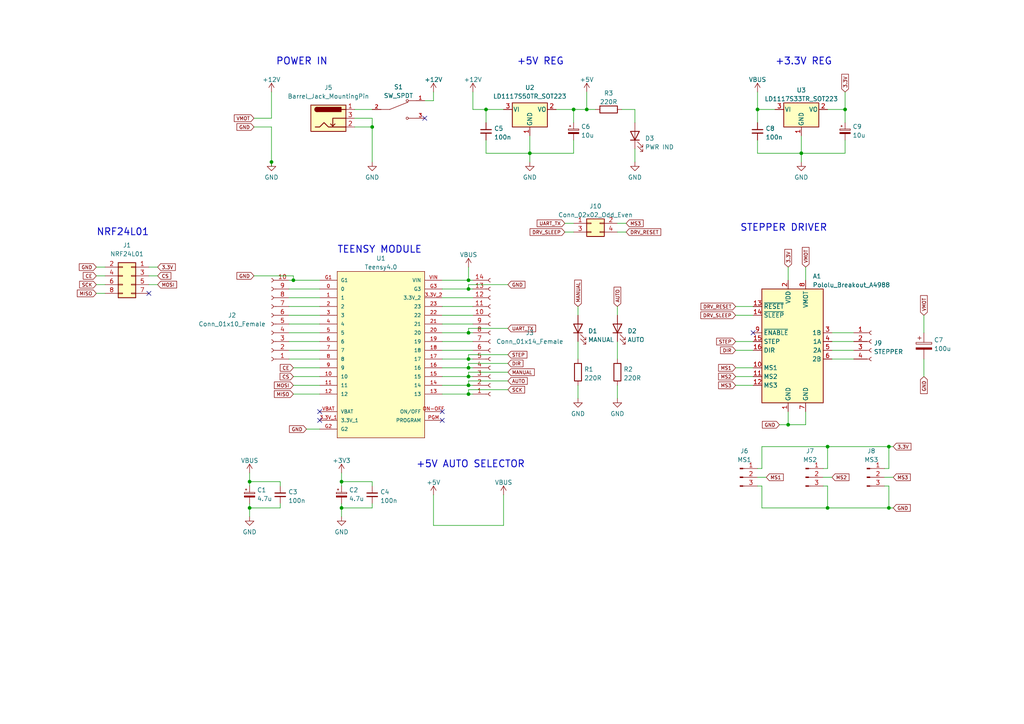
<source format=kicad_sch>
(kicad_sch (version 20211123) (generator eeschema)
  (paper "A4")
  (lib_symbols
    (symbol "Connector:Barrel_Jack_Switch" (pin_names hide)
      (property "Reference" "J" (at 0 5.334 0))
      (property "Value" "Barrel_Jack_Switch" (at 0 -5.08 0))
      (symbol "Barrel_Jack_Switch_0_1"
        (rectangle (start -5.08 3.81) (end 5.08 -3.81) (stroke (width 0.254)) (fill (type background)))
        (arc (start -3.302 3.175) (mid -3.937 2.54) (end -3.302 1.905) (stroke (width 0.254)))
        (arc (start -3.302 3.175) (mid -3.937 2.54) (end -3.302 1.905) (stroke (width 0.254)) (fill (type outline)))
        (polyline (pts (xy 1.27 -2.286) (xy 1.905 -1.651)) (stroke (width 0.254)))
        (polyline (pts (xy 5.08 2.54) (xy 3.81 2.54)) (stroke (width 0.254)))
        (polyline (pts (xy 5.08 0) (xy 1.27 0) (xy 1.27 -2.286) (xy 0.635 -1.651)) (stroke (width 0.254)))
        (polyline (pts (xy -3.81 -2.54) (xy -2.54 -2.54) (xy -1.27 -1.27) (xy 0 -2.54) (xy 2.54 -2.54) (xy 5.08 -2.54)) (stroke (width 0.254)))
        (rectangle (start 3.683 3.175) (end -3.302 1.905) (stroke (width 0.254)) (fill (type outline)))
      )
      (symbol "Barrel_Jack_Switch_1_1"
        (pin passive line (at 7.62 2.54 180) (length 2.54) (name "~") (number "1"))
        (pin passive line (at 7.62 -2.54 180) (length 2.54) (name "~") (number "2"))
        (pin passive line (at 7.62 0 180) (length 2.54) (name "~") (number "3"))
      )
    )
    (symbol "Connector:Conn_01x03_Male" (pin_names (offset 1.016) hide)
      (property "Reference" "J" (at 0 5.08 0))
      (property "Value" "Conn_01x03_Male" (at 0 -5.08 0))
      (symbol "Conn_01x03_Male_1_1"
        (polyline (pts (xy 1.27 -2.54) (xy 0.8636 -2.54)) (stroke (width 0.1524)))
        (polyline (pts (xy 1.27 0) (xy 0.8636 0)) (stroke (width 0.1524)))
        (polyline (pts (xy 1.27 2.54) (xy 0.8636 2.54)) (stroke (width 0.1524)))
        (rectangle (start 0.8636 -2.413) (end 0 -2.667) (stroke (width 0.1524)) (fill (type outline)))
        (rectangle (start 0.8636 0.127) (end 0 -0.127) (stroke (width 0.1524)) (fill (type outline)))
        (rectangle (start 0.8636 2.667) (end 0 2.413) (stroke (width 0.1524)) (fill (type outline)))
        (pin passive line (at 5.08 2.54 180) (length 3.81) (name "Pin_1") (number "1"))
        (pin passive line (at 5.08 0 180) (length 3.81) (name "Pin_2") (number "2"))
        (pin passive line (at 5.08 -2.54 180) (length 3.81) (name "Pin_3") (number "3"))
      )
    )
    (symbol "Connector:Conn_01x04_Female" (pin_names (offset 1.016) hide)
      (property "Reference" "J" (at 0 5.08 0))
      (property "Value" "Conn_01x04_Female" (at 0 -7.62 0))
      (symbol "Conn_01x04_Female_1_1"
        (arc (start 0 -4.572) (mid -0.508 -5.08) (end 0 -5.588) (stroke (width 0.1524)))
        (arc (start 0 -2.032) (mid -0.508 -2.54) (end 0 -3.048) (stroke (width 0.1524)))
        (polyline (pts (xy -1.27 -5.08) (xy -0.508 -5.08)) (stroke (width 0.1524)))
        (polyline (pts (xy -1.27 -2.54) (xy -0.508 -2.54)) (stroke (width 0.1524)))
        (polyline (pts (xy -1.27 0) (xy -0.508 0)) (stroke (width 0.1524)))
        (polyline (pts (xy -1.27 2.54) (xy -0.508 2.54)) (stroke (width 0.1524)))
        (arc (start 0 0.508) (mid -0.508 0) (end 0 -0.508) (stroke (width 0.1524)))
        (arc (start 0 3.048) (mid -0.508 2.54) (end 0 2.032) (stroke (width 0.1524)))
        (pin passive line (at -5.08 2.54 0) (length 3.81) (name "Pin_1") (number "1"))
        (pin passive line (at -5.08 0 0) (length 3.81) (name "Pin_2") (number "2"))
        (pin passive line (at -5.08 -2.54 0) (length 3.81) (name "Pin_3") (number "3"))
        (pin passive line (at -5.08 -5.08 0) (length 3.81) (name "Pin_4") (number "4"))
      )
    )
    (symbol "Connector:Conn_01x10_Female" (pin_names (offset 1.016) hide)
      (property "Reference" "J" (at 0 12.7 0))
      (property "Value" "Conn_01x10_Female" (at 0 -15.24 0))
      (symbol "Conn_01x10_Female_1_1"
        (arc (start 0 -12.192) (mid -0.508 -12.7) (end 0 -13.208) (stroke (width 0.1524)))
        (arc (start 0 -9.652) (mid -0.508 -10.16) (end 0 -10.668) (stroke (width 0.1524)))
        (arc (start 0 -7.112) (mid -0.508 -7.62) (end 0 -8.128) (stroke (width 0.1524)))
        (arc (start 0 -4.572) (mid -0.508 -5.08) (end 0 -5.588) (stroke (width 0.1524)))
        (arc (start 0 -2.032) (mid -0.508 -2.54) (end 0 -3.048) (stroke (width 0.1524)))
        (polyline (pts (xy -1.27 -12.7) (xy -0.508 -12.7)) (stroke (width 0.1524)))
        (polyline (pts (xy -1.27 -10.16) (xy -0.508 -10.16)) (stroke (width 0.1524)))
        (polyline (pts (xy -1.27 -7.62) (xy -0.508 -7.62)) (stroke (width 0.1524)))
        (polyline (pts (xy -1.27 -5.08) (xy -0.508 -5.08)) (stroke (width 0.1524)))
        (polyline (pts (xy -1.27 -2.54) (xy -0.508 -2.54)) (stroke (width 0.1524)))
        (polyline (pts (xy -1.27 0) (xy -0.508 0)) (stroke (width 0.1524)))
        (polyline (pts (xy -1.27 2.54) (xy -0.508 2.54)) (stroke (width 0.1524)))
        (polyline (pts (xy -1.27 5.08) (xy -0.508 5.08)) (stroke (width 0.1524)))
        (polyline (pts (xy -1.27 7.62) (xy -0.508 7.62)) (stroke (width 0.1524)))
        (polyline (pts (xy -1.27 10.16) (xy -0.508 10.16)) (stroke (width 0.1524)))
        (arc (start 0 0.508) (mid -0.508 0) (end 0 -0.508) (stroke (width 0.1524)))
        (arc (start 0 3.048) (mid -0.508 2.54) (end 0 2.032) (stroke (width 0.1524)))
        (arc (start 0 5.588) (mid -0.508 5.08) (end 0 4.572) (stroke (width 0.1524)))
        (arc (start 0 8.128) (mid -0.508 7.62) (end 0 7.112) (stroke (width 0.1524)))
        (arc (start 0 10.668) (mid -0.508 10.16) (end 0 9.652) (stroke (width 0.1524)))
        (pin passive line (at -5.08 10.16 0) (length 3.81) (name "Pin_1") (number "1"))
        (pin passive line (at -5.08 -12.7 0) (length 3.81) (name "Pin_10") (number "10"))
        (pin passive line (at -5.08 7.62 0) (length 3.81) (name "Pin_2") (number "2"))
        (pin passive line (at -5.08 5.08 0) (length 3.81) (name "Pin_3") (number "3"))
        (pin passive line (at -5.08 2.54 0) (length 3.81) (name "Pin_4") (number "4"))
        (pin passive line (at -5.08 0 0) (length 3.81) (name "Pin_5") (number "5"))
        (pin passive line (at -5.08 -2.54 0) (length 3.81) (name "Pin_6") (number "6"))
        (pin passive line (at -5.08 -5.08 0) (length 3.81) (name "Pin_7") (number "7"))
        (pin passive line (at -5.08 -7.62 0) (length 3.81) (name "Pin_8") (number "8"))
        (pin passive line (at -5.08 -10.16 0) (length 3.81) (name "Pin_9") (number "9"))
      )
    )
    (symbol "Connector:Conn_01x14_Female" (pin_names (offset 1.016) hide)
      (property "Reference" "J" (at 0 17.78 0))
      (property "Value" "Conn_01x14_Female" (at 0 -20.32 0))
      (symbol "Conn_01x14_Female_1_1"
        (arc (start 0 -17.272) (mid -0.508 -17.78) (end 0 -18.288) (stroke (width 0.1524)))
        (arc (start 0 -14.732) (mid -0.508 -15.24) (end 0 -15.748) (stroke (width 0.1524)))
        (arc (start 0 -12.192) (mid -0.508 -12.7) (end 0 -13.208) (stroke (width 0.1524)))
        (arc (start 0 -9.652) (mid -0.508 -10.16) (end 0 -10.668) (stroke (width 0.1524)))
        (arc (start 0 -7.112) (mid -0.508 -7.62) (end 0 -8.128) (stroke (width 0.1524)))
        (arc (start 0 -4.572) (mid -0.508 -5.08) (end 0 -5.588) (stroke (width 0.1524)))
        (arc (start 0 -2.032) (mid -0.508 -2.54) (end 0 -3.048) (stroke (width 0.1524)))
        (polyline (pts (xy -1.27 -17.78) (xy -0.508 -17.78)) (stroke (width 0.1524)))
        (polyline (pts (xy -1.27 -15.24) (xy -0.508 -15.24)) (stroke (width 0.1524)))
        (polyline (pts (xy -1.27 -12.7) (xy -0.508 -12.7)) (stroke (width 0.1524)))
        (polyline (pts (xy -1.27 -10.16) (xy -0.508 -10.16)) (stroke (width 0.1524)))
        (polyline (pts (xy -1.27 -7.62) (xy -0.508 -7.62)) (stroke (width 0.1524)))
        (polyline (pts (xy -1.27 -5.08) (xy -0.508 -5.08)) (stroke (width 0.1524)))
        (polyline (pts (xy -1.27 -2.54) (xy -0.508 -2.54)) (stroke (width 0.1524)))
        (polyline (pts (xy -1.27 0) (xy -0.508 0)) (stroke (width 0.1524)))
        (polyline (pts (xy -1.27 2.54) (xy -0.508 2.54)) (stroke (width 0.1524)))
        (polyline (pts (xy -1.27 5.08) (xy -0.508 5.08)) (stroke (width 0.1524)))
        (polyline (pts (xy -1.27 7.62) (xy -0.508 7.62)) (stroke (width 0.1524)))
        (polyline (pts (xy -1.27 10.16) (xy -0.508 10.16)) (stroke (width 0.1524)))
        (polyline (pts (xy -1.27 12.7) (xy -0.508 12.7)) (stroke (width 0.1524)))
        (polyline (pts (xy -1.27 15.24) (xy -0.508 15.24)) (stroke (width 0.1524)))
        (arc (start 0 0.508) (mid -0.508 0) (end 0 -0.508) (stroke (width 0.1524)))
        (arc (start 0 3.048) (mid -0.508 2.54) (end 0 2.032) (stroke (width 0.1524)))
        (arc (start 0 5.588) (mid -0.508 5.08) (end 0 4.572) (stroke (width 0.1524)))
        (arc (start 0 8.128) (mid -0.508 7.62) (end 0 7.112) (stroke (width 0.1524)))
        (arc (start 0 10.668) (mid -0.508 10.16) (end 0 9.652) (stroke (width 0.1524)))
        (arc (start 0 13.208) (mid -0.508 12.7) (end 0 12.192) (stroke (width 0.1524)))
        (arc (start 0 15.748) (mid -0.508 15.24) (end 0 14.732) (stroke (width 0.1524)))
        (pin passive line (at -5.08 15.24 0) (length 3.81) (name "Pin_1") (number "1"))
        (pin passive line (at -5.08 -7.62 0) (length 3.81) (name "Pin_10") (number "10"))
        (pin passive line (at -5.08 -10.16 0) (length 3.81) (name "Pin_11") (number "11"))
        (pin passive line (at -5.08 -12.7 0) (length 3.81) (name "Pin_12") (number "12"))
        (pin passive line (at -5.08 -15.24 0) (length 3.81) (name "Pin_13") (number "13"))
        (pin passive line (at -5.08 -17.78 0) (length 3.81) (name "Pin_14") (number "14"))
        (pin passive line (at -5.08 12.7 0) (length 3.81) (name "Pin_2") (number "2"))
        (pin passive line (at -5.08 10.16 0) (length 3.81) (name "Pin_3") (number "3"))
        (pin passive line (at -5.08 7.62 0) (length 3.81) (name "Pin_4") (number "4"))
        (pin passive line (at -5.08 5.08 0) (length 3.81) (name "Pin_5") (number "5"))
        (pin passive line (at -5.08 2.54 0) (length 3.81) (name "Pin_6") (number "6"))
        (pin passive line (at -5.08 0 0) (length 3.81) (name "Pin_7") (number "7"))
        (pin passive line (at -5.08 -2.54 0) (length 3.81) (name "Pin_8") (number "8"))
        (pin passive line (at -5.08 -5.08 0) (length 3.81) (name "Pin_9") (number "9"))
      )
    )
    (symbol "Connector_Generic:Conn_02x02_Odd_Even" (pin_names (offset 1.016) hide)
      (property "Reference" "J" (at 1.27 2.54 0))
      (property "Value" "Conn_02x02_Odd_Even" (at 1.27 -5.08 0))
      (symbol "Conn_02x02_Odd_Even_1_1"
        (rectangle (start -1.27 -2.413) (end 0 -2.667) (stroke (width 0.1524)))
        (rectangle (start -1.27 0.127) (end 0 -0.127) (stroke (width 0.1524)))
        (rectangle (start -1.27 1.27) (end 3.81 -3.81) (stroke (width 0.254)) (fill (type background)))
        (rectangle (start 3.81 -2.413) (end 2.54 -2.667) (stroke (width 0.1524)))
        (rectangle (start 3.81 0.127) (end 2.54 -0.127) (stroke (width 0.1524)))
        (pin passive line (at -5.08 0 0) (length 3.81) (name "Pin_1") (number "1"))
        (pin passive line (at 7.62 0 180) (length 3.81) (name "Pin_2") (number "2"))
        (pin passive line (at -5.08 -2.54 0) (length 3.81) (name "Pin_3") (number "3"))
        (pin passive line (at 7.62 -2.54 180) (length 3.81) (name "Pin_4") (number "4"))
      )
    )
    (symbol "Connector_Generic:Conn_02x04_Odd_Even" (pin_names (offset 1.016) hide)
      (property "Reference" "J" (at 1.27 5.08 0))
      (property "Value" "Conn_02x04_Odd_Even" (at 1.27 -7.62 0))
      (symbol "Conn_02x04_Odd_Even_1_1"
        (rectangle (start -1.27 -4.953) (end 0 -5.207) (stroke (width 0.1524)))
        (rectangle (start -1.27 -2.413) (end 0 -2.667) (stroke (width 0.1524)))
        (rectangle (start -1.27 0.127) (end 0 -0.127) (stroke (width 0.1524)))
        (rectangle (start -1.27 2.667) (end 0 2.413) (stroke (width 0.1524)))
        (rectangle (start -1.27 3.81) (end 3.81 -6.35) (stroke (width 0.254)) (fill (type background)))
        (rectangle (start 3.81 -4.953) (end 2.54 -5.207) (stroke (width 0.1524)))
        (rectangle (start 3.81 -2.413) (end 2.54 -2.667) (stroke (width 0.1524)))
        (rectangle (start 3.81 0.127) (end 2.54 -0.127) (stroke (width 0.1524)))
        (rectangle (start 3.81 2.667) (end 2.54 2.413) (stroke (width 0.1524)))
        (pin passive line (at -5.08 2.54 0) (length 3.81) (name "Pin_1") (number "1"))
        (pin passive line (at 7.62 2.54 180) (length 3.81) (name "Pin_2") (number "2"))
        (pin passive line (at -5.08 0 0) (length 3.81) (name "Pin_3") (number "3"))
        (pin passive line (at 7.62 0 180) (length 3.81) (name "Pin_4") (number "4"))
        (pin passive line (at -5.08 -2.54 0) (length 3.81) (name "Pin_5") (number "5"))
        (pin passive line (at 7.62 -2.54 180) (length 3.81) (name "Pin_6") (number "6"))
        (pin passive line (at -5.08 -5.08 0) (length 3.81) (name "Pin_7") (number "7"))
        (pin passive line (at 7.62 -5.08 180) (length 3.81) (name "Pin_8") (number "8"))
      )
    )
    (symbol "Device:C_Polarized" (pin_numbers hide) (pin_names (offset 0.254))
      (property "Reference" "C" (at 0.635 2.54 0))
      (property "Value" "C_Polarized" (at 0.635 -2.54 0))
      (symbol "C_Polarized_0_1"
        (rectangle (start -2.286 0.508) (end 2.286 1.016))
        (polyline (pts (xy -1.778 2.286) (xy -0.762 2.286)))
        (polyline (pts (xy -1.27 2.794) (xy -1.27 1.778)))
        (rectangle (start 2.286 -0.508) (end -2.286 -1.016) (fill (type outline)))
      )
      (symbol "C_Polarized_1_1"
        (pin passive line (at 0 3.81 270) (length 2.794) (name "~") (number "1"))
        (pin passive line (at 0 -3.81 90) (length 2.794) (name "~") (number "2"))
      )
    )
    (symbol "Device:C_Polarized_Small" (pin_numbers hide) (pin_names (offset 0.254) hide)
      (property "Reference" "C" (at 0.254 1.778 0))
      (property "Value" "C_Polarized_Small" (at 0.254 -2.032 0))
      (symbol "C_Polarized_Small_0_1"
        (rectangle (start -1.524 -0.3048) (end 1.524 -0.6858) (fill (type outline)))
        (rectangle (start -1.524 0.6858) (end 1.524 0.3048))
        (polyline (pts (xy -1.27 1.524) (xy -0.762 1.524)))
        (polyline (pts (xy -1.016 1.27) (xy -1.016 1.778)))
      )
      (symbol "C_Polarized_Small_1_1"
        (pin passive line (at 0 2.54 270) (length 1.8542) (name "~") (number "1"))
        (pin passive line (at 0 -2.54 90) (length 1.8542) (name "~") (number "2"))
      )
    )
    (symbol "Device:C_Small" (pin_numbers hide) (pin_names (offset 0.254) hide)
      (property "Reference" "C" (at 0.254 1.778 0))
      (property "Value" "C_Small" (at 0.254 -2.032 0))
      (symbol "C_Small_0_1"
        (polyline (pts (xy -1.524 -0.508) (xy 1.524 -0.508)) (stroke (width 0.3302)))
        (polyline (pts (xy -1.524 0.508) (xy 1.524 0.508)) (stroke (width 0.3048)))
      )
      (symbol "C_Small_1_1"
        (pin passive line (at 0 2.54 270) (length 2.032) (name "~") (number "1"))
        (pin passive line (at 0 -2.54 90) (length 2.032) (name "~") (number "2"))
      )
    )
    (symbol "Device:LED" (pin_numbers hide) (pin_names (offset 1.016) hide)
      (property "Reference" "D" (at 0 2.54 0))
      (property "Value" "LED" (at 0 -2.54 0))
      (symbol "LED_0_1"
        (polyline (pts (xy -1.27 -1.27) (xy -1.27 1.27)) (stroke (width 0.254)))
        (polyline (pts (xy -1.27 0) (xy 1.27 0)))
        (polyline (pts (xy 1.27 -1.27) (xy 1.27 1.27) (xy -1.27 0) (xy 1.27 -1.27)) (stroke (width 0.254)))
        (polyline (pts (xy -3.048 -0.762) (xy -4.572 -2.286) (xy -3.81 -2.286) (xy -4.572 -2.286) (xy -4.572 -1.524)))
        (polyline (pts (xy -1.778 -0.762) (xy -3.302 -2.286) (xy -2.54 -2.286) (xy -3.302 -2.286) (xy -3.302 -1.524)))
      )
      (symbol "LED_1_1"
        (pin passive line (at -3.81 0 0) (length 2.54) (name "K") (number "1"))
        (pin passive line (at 3.81 0 180) (length 2.54) (name "A") (number "2"))
      )
    )
    (symbol "Device:R" (pin_numbers hide) (pin_names (offset 0))
      (property "Reference" "R" (at 2.032 0 90))
      (property "Value" "R" (at 0 0 90))
      (symbol "R_0_1"
        (rectangle (start -1.016 -2.54) (end 1.016 2.54) (stroke (width 0.254)))
      )
      (symbol "R_1_1"
        (pin passive line (at 0 3.81 270) (length 1.27) (name "~") (number "1"))
        (pin passive line (at 0 -3.81 90) (length 1.27) (name "~") (number "2"))
      )
    )
    (symbol "Driver_Motor:Pololu_Breakout_A4988"
      (property "Reference" "A" (at -2.54 19.05 0))
      (property "Value" "Pololu_Breakout_A4988" (at -2.54 16.51 0))
      (symbol "Pololu_Breakout_A4988_0_1"
        (rectangle (start 10.16 -17.78) (end -7.62 15.24) (stroke (width 0.254)) (fill (type background)))
      )
      (symbol "Pololu_Breakout_A4988_1_1"
        (pin power_in line (at 0 -20.32 90) (length 2.54) (name "GND") (number "1"))
        (pin input line (at -10.16 -7.62 0) (length 2.54) (name "MS1") (number "10"))
        (pin input line (at -10.16 -10.16 0) (length 2.54) (name "MS2") (number "11"))
        (pin input line (at -10.16 -12.7 0) (length 2.54) (name "MS3") (number "12"))
        (pin input line (at -10.16 10.16 0) (length 2.54) (name "~{RESET}") (number "13"))
        (pin input line (at -10.16 7.62 0) (length 2.54) (name "~{SLEEP}") (number "14"))
        (pin input line (at -10.16 0 0) (length 2.54) (name "STEP") (number "15"))
        (pin input line (at -10.16 -2.54 0) (length 2.54) (name "DIR") (number "16"))
        (pin power_in line (at 0 17.78 270) (length 2.54) (name "VDD") (number "2"))
        (pin output line (at 12.7 2.54 180) (length 2.54) (name "1B") (number "3"))
        (pin output line (at 12.7 0 180) (length 2.54) (name "1A") (number "4"))
        (pin output line (at 12.7 -2.54 180) (length 2.54) (name "2A") (number "5"))
        (pin output line (at 12.7 -5.08 180) (length 2.54) (name "2B") (number "6"))
        (pin power_in line (at 5.08 -20.32 90) (length 2.54) (name "GND") (number "7"))
        (pin power_in line (at 5.08 17.78 270) (length 2.54) (name "VMOT") (number "8"))
        (pin input line (at -10.16 2.54 0) (length 2.54) (name "~{ENABLE}") (number "9"))
      )
    )
    (symbol "Regulator_Linear:LD1117S33TR_SOT223" (pin_names (offset 0.254))
      (property "Reference" "U" (at -3.81 3.175 0))
      (property "Value" "LD1117S33TR_SOT223" (at 0 3.175 0))
      (symbol "LD1117S33TR_SOT223_0_1"
        (rectangle (start -5.08 -5.08) (end 5.08 1.905) (stroke (width 0.254)) (fill (type background)))
      )
      (symbol "LD1117S33TR_SOT223_1_1"
        (pin power_in line (at 0 -7.62 90) (length 2.54) (name "GND") (number "1"))
        (pin power_out line (at 7.62 0 180) (length 2.54) (name "VO") (number "2"))
        (pin power_in line (at -7.62 0 0) (length 2.54) (name "VI") (number "3"))
      )
    )
    (symbol "Regulator_Linear:LD1117S50TR_SOT223" (pin_names (offset 0.254))
      (property "Reference" "U" (at -3.81 3.175 0))
      (property "Value" "LD1117S50TR_SOT223" (at 0 3.175 0))
      (symbol "LD1117S50TR_SOT223_0_1"
        (rectangle (start -5.08 -5.08) (end 5.08 1.905) (stroke (width 0.254)) (fill (type background)))
      )
      (symbol "LD1117S50TR_SOT223_1_1"
        (pin power_in line (at 0 -7.62 90) (length 2.54) (name "GND") (number "1"))
        (pin power_out line (at 7.62 0 180) (length 2.54) (name "VO") (number "2"))
        (pin power_in line (at -7.62 0 0) (length 2.54) (name "VI") (number "3"))
      )
    )
    (symbol "Teensy 4.0:DEV-15583" (pin_names (offset 1.016))
      (property "Reference" "U" (at -12.7 23.622 0))
      (property "Value" "DEV-15583" (at -12.7 -27.94 0))
      (symbol "DEV-15583_0_0"
        (rectangle (start -12.7 -25.4) (end 12.7 22.86) (stroke (width 0.1524)) (fill (type background)))
        (pin bidirectional line (at -17.78 17.78 0) (length 5.08) (name "0") (number "0"))
        (pin bidirectional line (at -17.78 15.24 0) (length 5.08) (name "1") (number "1"))
        (pin bidirectional line (at -17.78 -7.62 0) (length 5.08) (name "10") (number "10"))
        (pin bidirectional line (at -17.78 -10.16 0) (length 5.08) (name "11") (number "11"))
        (pin bidirectional line (at -17.78 -12.7 0) (length 5.08) (name "12") (number "12"))
        (pin bidirectional line (at 17.78 -12.7 180) (length 5.08) (name "13") (number "13"))
        (pin bidirectional line (at 17.78 -10.16 180) (length 5.08) (name "14") (number "14"))
        (pin bidirectional line (at 17.78 -7.62 180) (length 5.08) (name "15") (number "15"))
        (pin bidirectional line (at 17.78 -5.08 180) (length 5.08) (name "16") (number "16"))
        (pin bidirectional line (at 17.78 -2.54 180) (length 5.08) (name "17") (number "17"))
        (pin bidirectional line (at 17.78 0 180) (length 5.08) (name "18") (number "18"))
        (pin bidirectional line (at 17.78 2.54 180) (length 5.08) (name "19") (number "19"))
        (pin bidirectional line (at -17.78 12.7 0) (length 5.08) (name "2") (number "2"))
        (pin bidirectional line (at 17.78 5.08 180) (length 5.08) (name "20") (number "20"))
        (pin bidirectional line (at 17.78 7.62 180) (length 5.08) (name "21") (number "21"))
        (pin bidirectional line (at 17.78 10.16 180) (length 5.08) (name "22") (number "22"))
        (pin bidirectional line (at 17.78 12.7 180) (length 5.08) (name "23") (number "23"))
        (pin bidirectional line (at -17.78 10.16 0) (length 5.08) (name "3") (number "3"))
        (pin power_in line (at -17.78 -20.32 0) (length 5.08) (name "3.3V_1") (number "3.3V_1"))
        (pin power_in line (at 17.78 15.24 180) (length 5.08) (name "3.3V_2") (number "3.3V_2"))
        (pin bidirectional line (at -17.78 7.62 0) (length 5.08) (name "4") (number "4"))
        (pin bidirectional line (at -17.78 5.08 0) (length 5.08) (name "5") (number "5"))
        (pin bidirectional line (at -17.78 2.54 0) (length 5.08) (name "6") (number "6"))
        (pin bidirectional line (at -17.78 0 0) (length 5.08) (name "7") (number "7"))
        (pin bidirectional line (at -17.78 -2.54 0) (length 5.08) (name "8") (number "8"))
        (pin bidirectional line (at -17.78 -5.08 0) (length 5.08) (name "9") (number "9"))
        (pin power_in line (at -17.78 20.32 0) (length 5.08) (name "G1") (number "G1"))
        (pin power_in line (at -17.78 -22.86 0) (length 5.08) (name "G2") (number "G2"))
        (pin power_in line (at 17.78 17.78 180) (length 5.08) (name "G3") (number "G3"))
        (pin bidirectional line (at 17.78 -17.78 180) (length 5.08) (name "ON/OFF") (number "ON-OFF"))
        (pin bidirectional line (at 17.78 -20.32 180) (length 5.08) (name "PROGRAM") (number "PGM"))
        (pin power_in line (at -17.78 -17.78 0) (length 5.08) (name "VBAT") (number "VBAT"))
        (pin power_in line (at 17.78 20.32 180) (length 5.08) (name "VIN") (number "VIN"))
      )
    )
    (symbol "Toggle_Switch:100SP1T1B4M2QE" (pin_names (offset 1.016))
      (property "Reference" "S" (at -2.54 5.08 0))
      (property "Value" "100SP1T1B4M2QE" (at -2.54 -5.08 0))
      (symbol "100SP1T1B4M2QE_0_0"
        (polyline (pts (xy -2.54 0) (xy -5.08 0)) (stroke (width 0.1524)))
        (polyline (pts (xy -2.54 0) (xy 2.794 2.1336)) (stroke (width 0.1524)))
        (polyline (pts (xy 5.08 -2.54) (xy 2.921 -2.54)) (stroke (width 0.1524)))
        (polyline (pts (xy 5.08 2.54) (xy 2.921 2.54)) (stroke (width 0.1524)))
        (circle (center 2.54 -2.54) (radius 0.3302) (stroke (width 0.1524)))
        (circle (center 2.54 2.54) (radius 0.3302) (stroke (width 0.1524)))
        (pin passive line (at 7.62 2.54 180) (length 2.54) (name "~") (number "1"))
        (pin passive line (at -7.62 0 0) (length 2.54) (name "~") (number "2"))
        (pin passive line (at 7.62 -2.54 180) (length 2.54) (name "~") (number "3"))
      )
    )
    (symbol "power:+12V" (power) (pin_names (offset 0))
      (property "Value" "+12V" (at 0 3.556 0))
      (symbol "+12V_0_1"
        (polyline (pts (xy -0.762 1.27) (xy 0 2.54)))
        (polyline (pts (xy 0 0) (xy 0 2.54)))
        (polyline (pts (xy 0 2.54) (xy 0.762 1.27)))
      )
      (symbol "+12V_1_1"
        (pin power_in line (at 0 0 90) (length 0) hide (name "+12V") (number "1"))
      )
    )
    (symbol "power:+3.3V" (power) (pin_names (offset 0))
      (property "Value" "+3.3V" (at 0 3.556 0))
      (symbol "+3.3V_0_1"
        (polyline (pts (xy -0.762 1.27) (xy 0 2.54)))
        (polyline (pts (xy 0 0) (xy 0 2.54)))
        (polyline (pts (xy 0 2.54) (xy 0.762 1.27)))
      )
      (symbol "+3.3V_1_1"
        (pin power_in line (at 0 0 90) (length 0) hide (name "+3V3") (number "1"))
      )
    )
    (symbol "power:+5V" (power) (pin_names (offset 0))
      (property "Value" "+5V" (at 0 3.556 0))
      (symbol "+5V_0_1"
        (polyline (pts (xy -0.762 1.27) (xy 0 2.54)))
        (polyline (pts (xy 0 0) (xy 0 2.54)))
        (polyline (pts (xy 0 2.54) (xy 0.762 1.27)))
      )
      (symbol "+5V_1_1"
        (pin power_in line (at 0 0 90) (length 0) hide (name "+5V") (number "1"))
      )
    )
    (symbol "power:GND" (power) (pin_names (offset 0))
      (property "Value" "GND" (at 0 -3.81 0))
      (symbol "GND_0_1"
        (polyline (pts (xy 0 0) (xy 0 -1.27) (xy 1.27 -1.27) (xy 0 -2.54) (xy -1.27 -1.27) (xy 0 -1.27)))
      )
      (symbol "GND_1_1"
        (pin power_in line (at 0 0 270) (length 0) hide (name "GND") (number "1"))
      )
    )
    (symbol "power:VBUS" (power) (pin_names (offset 0))
      (property "Value" "VBUS" (at 0 3.81 0))
      (symbol "VBUS_0_1"
        (polyline (pts (xy -0.762 1.27) (xy 0 2.54)))
        (polyline (pts (xy 0 0) (xy 0 2.54)))
        (polyline (pts (xy 0 2.54) (xy 0.762 1.27)))
      )
      (symbol "VBUS_1_1"
        (pin power_in line (at 0 0 90) (length 0) hide (name "VBUS") (number "1"))
      )
    )
  )
  (junction (at 135.89 114.3))
  (junction (at 240.03 147.32))
  (junction (at 78.74 46.99))
  (junction (at 135.89 106.68))
  (junction (at 232.41 44.45))
  (junction (at 99.06 139.7))
  (junction (at 135.89 81.28))
  (junction (at 240.03 129.54))
  (junction (at 257.81 129.54))
  (junction (at 135.89 109.22))
  (junction (at 72.39 147.32))
  (junction (at 135.89 104.14))
  (junction (at 228.6 123.19))
  (junction (at 257.81 147.32))
  (junction (at 140.97 31.75))
  (junction (at 107.95 36.83))
  (junction (at 135.89 96.52))
  (junction (at 135.89 83.82))
  (junction (at 72.39 139.7))
  (junction (at 170.18 31.75))
  (junction (at 166.37 31.75))
  (junction (at 219.71 31.75))
  (junction (at 135.89 111.76))
  (junction (at 245.11 31.75))
  (junction (at 85.09 81.28))
  (junction (at 99.06 147.32))
  (junction (at 153.67 44.45))
  (no_connect (at 123.19 34.29))
  (no_connect (at 128.27 119.38))
  (no_connect (at 128.27 121.92))
  (no_connect (at 92.71 119.38))
  (no_connect (at 43.18 85.09))
  (no_connect (at 218.44 96.52))
  (no_connect (at 92.71 121.92))
  (wire (pts (xy 170.18 31.75) (xy 172.72 31.75)))
  (wire (pts (xy 213.36 91.44) (xy 218.44 91.44)))
  (wire (pts (xy 135.89 82.55) (xy 135.89 83.82)))
  (wire (pts (xy 170.18 31.75) (xy 166.37 31.75)))
  (wire (pts (xy 43.18 80.01) (xy 45.72 80.01)))
  (wire (pts (xy 179.07 88.9) (xy 179.07 91.44)))
  (wire (pts (xy 128.27 86.36) (xy 137.16 86.36)))
  (wire (pts (xy 213.36 101.6) (xy 218.44 101.6)))
  (wire (pts (xy 232.41 44.45) (xy 232.41 46.99)))
  (wire (pts (xy 83.82 93.98) (xy 92.71 93.98)))
  (wire (pts (xy 137.16 81.28) (xy 135.89 81.28)))
  (wire (pts (xy 128.27 109.22) (xy 135.89 109.22)))
  (wire (pts (xy 72.39 139.7) (xy 72.39 140.97)))
  (wire (pts (xy 220.98 129.54) (xy 240.03 129.54)))
  (wire (pts (xy 147.32 82.55) (xy 135.89 82.55)))
  (wire (pts (xy 135.89 109.22) (xy 137.16 109.22)))
  (wire (pts (xy 259.08 129.54) (xy 257.81 129.54)))
  (wire (pts (xy 184.15 31.75) (xy 184.15 35.56)))
  (wire (pts (xy 73.66 36.83) (xy 78.74 36.83)))
  (wire (pts (xy 233.68 119.38) (xy 233.68 123.19)))
  (wire (pts (xy 219.71 138.43) (xy 222.25 138.43)))
  (wire (pts (xy 107.95 34.29) (xy 107.95 36.83)))
  (wire (pts (xy 83.82 99.06) (xy 92.71 99.06)))
  (wire (pts (xy 228.6 77.47) (xy 228.6 81.28)))
  (wire (pts (xy 240.03 31.75) (xy 245.11 31.75)))
  (wire (pts (xy 219.71 135.89) (xy 220.98 135.89)))
  (wire (pts (xy 107.95 147.32) (xy 99.06 147.32)))
  (wire (pts (xy 137.16 96.52) (xy 135.89 96.52)))
  (wire (pts (xy 179.07 64.77) (xy 181.61 64.77)))
  (wire (pts (xy 102.87 34.29) (xy 107.95 34.29)))
  (wire (pts (xy 219.71 31.75) (xy 224.79 31.75)))
  (wire (pts (xy 213.36 106.68) (xy 218.44 106.68)))
  (wire (pts (xy 83.82 101.6) (xy 92.71 101.6)))
  (wire (pts (xy 81.28 146.05) (xy 81.28 147.32)))
  (wire (pts (xy 170.18 26.67) (xy 170.18 31.75)))
  (wire (pts (xy 213.36 88.9) (xy 218.44 88.9)))
  (wire (pts (xy 137.16 99.06) (xy 128.27 99.06)))
  (wire (pts (xy 99.06 147.32) (xy 99.06 149.86)))
  (wire (pts (xy 140.97 31.75) (xy 146.05 31.75)))
  (wire (pts (xy 163.83 67.31) (xy 166.37 67.31)))
  (wire (pts (xy 267.97 91.44) (xy 267.97 96.52)))
  (wire (pts (xy 27.94 82.55) (xy 30.48 82.55)))
  (wire (pts (xy 72.39 137.16) (xy 72.39 139.7)))
  (wire (pts (xy 256.54 140.97) (xy 257.81 140.97)))
  (wire (pts (xy 179.07 111.76) (xy 179.07 115.57)))
  (wire (pts (xy 167.64 99.06) (xy 167.64 104.14)))
  (wire (pts (xy 238.76 140.97) (xy 240.03 140.97)))
  (wire (pts (xy 137.16 93.98) (xy 128.27 93.98)))
  (wire (pts (xy 257.81 140.97) (xy 257.81 147.32)))
  (wire (pts (xy 147.32 102.87) (xy 135.89 102.87)))
  (wire (pts (xy 267.97 104.14) (xy 267.97 109.22)))
  (wire (pts (xy 140.97 31.75) (xy 140.97 35.56)))
  (wire (pts (xy 140.97 44.45) (xy 153.67 44.45)))
  (wire (pts (xy 81.28 139.7) (xy 72.39 139.7)))
  (wire (pts (xy 238.76 138.43) (xy 241.3 138.43)))
  (wire (pts (xy 107.95 140.97) (xy 107.95 139.7)))
  (wire (pts (xy 220.98 135.89) (xy 220.98 129.54)))
  (wire (pts (xy 81.28 140.97) (xy 81.28 139.7)))
  (wire (pts (xy 147.32 95.25) (xy 135.89 95.25)))
  (wire (pts (xy 167.64 111.76) (xy 167.64 115.57)))
  (wire (pts (xy 135.89 96.52) (xy 128.27 96.52)))
  (wire (pts (xy 125.73 152.4) (xy 146.05 152.4)))
  (wire (pts (xy 219.71 26.67) (xy 219.71 31.75)))
  (wire (pts (xy 240.03 129.54) (xy 257.81 129.54)))
  (wire (pts (xy 146.05 152.4) (xy 146.05 143.51)))
  (wire (pts (xy 219.71 31.75) (xy 219.71 35.56)))
  (wire (pts (xy 140.97 40.64) (xy 140.97 44.45)))
  (wire (pts (xy 219.71 40.64) (xy 219.71 44.45)))
  (wire (pts (xy 78.74 36.83) (xy 78.74 46.99)))
  (wire (pts (xy 228.6 119.38) (xy 228.6 123.19)))
  (wire (pts (xy 137.16 101.6) (xy 128.27 101.6)))
  (wire (pts (xy 135.89 95.25) (xy 135.89 96.52)))
  (wire (pts (xy 135.89 83.82) (xy 137.16 83.82)))
  (wire (pts (xy 240.03 140.97) (xy 240.03 147.32)))
  (wire (pts (xy 232.41 39.37) (xy 232.41 44.45)))
  (wire (pts (xy 102.87 36.83) (xy 107.95 36.83)))
  (wire (pts (xy 213.36 111.76) (xy 218.44 111.76)))
  (wire (pts (xy 241.3 99.06) (xy 247.65 99.06)))
  (wire (pts (xy 233.68 77.47) (xy 233.68 81.28)))
  (wire (pts (xy 135.89 81.28) (xy 128.27 81.28)))
  (wire (pts (xy 128.27 111.76) (xy 135.89 111.76)))
  (wire (pts (xy 240.03 135.89) (xy 240.03 129.54)))
  (wire (pts (xy 43.18 77.47) (xy 45.72 77.47)))
  (wire (pts (xy 219.71 140.97) (xy 220.98 140.97)))
  (wire (pts (xy 128.27 83.82) (xy 135.89 83.82)))
  (wire (pts (xy 240.03 147.32) (xy 257.81 147.32)))
  (wire (pts (xy 78.74 26.67) (xy 78.74 34.29)))
  (wire (pts (xy 179.07 99.06) (xy 179.07 104.14)))
  (wire (pts (xy 137.16 31.75) (xy 140.97 31.75)))
  (wire (pts (xy 245.11 31.75) (xy 245.11 35.56)))
  (wire (pts (xy 213.36 109.22) (xy 218.44 109.22)))
  (wire (pts (xy 153.67 44.45) (xy 166.37 44.45)))
  (wire (pts (xy 85.09 81.28) (xy 92.71 81.28)))
  (wire (pts (xy 180.34 31.75) (xy 184.15 31.75)))
  (wire (pts (xy 107.95 139.7) (xy 99.06 139.7)))
  (wire (pts (xy 153.67 44.45) (xy 153.67 46.99)))
  (wire (pts (xy 83.82 83.82) (xy 92.71 83.82)))
  (wire (pts (xy 241.3 101.6) (xy 247.65 101.6)))
  (wire (pts (xy 88.9 124.46) (xy 92.71 124.46)))
  (wire (pts (xy 241.3 96.52) (xy 247.65 96.52)))
  (wire (pts (xy 147.32 105.41) (xy 135.89 105.41)))
  (wire (pts (xy 128.27 104.14) (xy 135.89 104.14)))
  (wire (pts (xy 27.94 80.01) (xy 30.48 80.01)))
  (wire (pts (xy 166.37 35.56) (xy 166.37 31.75)))
  (wire (pts (xy 83.82 88.9) (xy 92.71 88.9)))
  (wire (pts (xy 166.37 44.45) (xy 166.37 40.64)))
  (wire (pts (xy 135.89 105.41) (xy 135.89 106.68)))
  (wire (pts (xy 184.15 43.18) (xy 184.15 46.99)))
  (wire (pts (xy 257.81 135.89) (xy 256.54 135.89)))
  (wire (pts (xy 73.66 34.29) (xy 78.74 34.29)))
  (wire (pts (xy 241.3 104.14) (xy 247.65 104.14)))
  (wire (pts (xy 153.67 39.37) (xy 153.67 44.45)))
  (wire (pts (xy 99.06 137.16) (xy 99.06 139.7)))
  (wire (pts (xy 147.32 107.95) (xy 135.89 107.95)))
  (wire (pts (xy 245.11 26.67) (xy 245.11 31.75)))
  (wire (pts (xy 135.89 104.14) (xy 137.16 104.14)))
  (wire (pts (xy 128.27 114.3) (xy 135.89 114.3)))
  (wire (pts (xy 256.54 138.43) (xy 259.08 138.43)))
  (wire (pts (xy 137.16 26.67) (xy 137.16 31.75)))
  (wire (pts (xy 81.28 147.32) (xy 72.39 147.32)))
  (wire (pts (xy 85.09 114.3) (xy 92.71 114.3)))
  (wire (pts (xy 125.73 26.67) (xy 125.73 29.21)))
  (wire (pts (xy 166.37 31.75) (xy 161.29 31.75)))
  (wire (pts (xy 107.95 36.83) (xy 107.95 46.99)))
  (wire (pts (xy 257.81 129.54) (xy 257.81 135.89)))
  (wire (pts (xy 219.71 44.45) (xy 232.41 44.45)))
  (wire (pts (xy 220.98 147.32) (xy 240.03 147.32)))
  (wire (pts (xy 83.82 86.36) (xy 92.71 86.36)))
  (wire (pts (xy 228.6 123.19) (xy 226.06 123.19)))
  (wire (pts (xy 27.94 77.47) (xy 30.48 77.47)))
  (wire (pts (xy 43.18 82.55) (xy 45.72 82.55)))
  (wire (pts (xy 245.11 44.45) (xy 245.11 40.64)))
  (wire (pts (xy 167.64 88.9) (xy 167.64 91.44)))
  (wire (pts (xy 85.09 106.68) (xy 92.71 106.68)))
  (wire (pts (xy 257.81 147.32) (xy 259.08 147.32)))
  (wire (pts (xy 179.07 67.31) (xy 181.61 67.31)))
  (wire (pts (xy 83.82 81.28) (xy 85.09 81.28)))
  (wire (pts (xy 72.39 147.32) (xy 72.39 149.86)))
  (wire (pts (xy 135.89 110.49) (xy 135.89 111.76)))
  (wire (pts (xy 99.06 146.05) (xy 99.06 147.32)))
  (wire (pts (xy 220.98 140.97) (xy 220.98 147.32)))
  (wire (pts (xy 135.89 111.76) (xy 137.16 111.76)))
  (wire (pts (xy 135.89 113.03) (xy 135.89 114.3)))
  (wire (pts (xy 135.89 107.95) (xy 135.89 109.22)))
  (wire (pts (xy 232.41 44.45) (xy 245.11 44.45)))
  (wire (pts (xy 27.94 85.09) (xy 30.48 85.09)))
  (wire (pts (xy 135.89 102.87) (xy 135.89 104.14)))
  (wire (pts (xy 85.09 111.76) (xy 92.71 111.76)))
  (wire (pts (xy 163.83 64.77) (xy 166.37 64.77)))
  (wire (pts (xy 107.95 31.75) (xy 102.87 31.75)))
  (wire (pts (xy 233.68 123.19) (xy 228.6 123.19)))
  (wire (pts (xy 73.66 80.01) (xy 85.09 80.01)))
  (wire (pts (xy 128.27 88.9) (xy 137.16 88.9)))
  (wire (pts (xy 85.09 109.22) (xy 92.71 109.22)))
  (wire (pts (xy 135.89 106.68) (xy 137.16 106.68)))
  (wire (pts (xy 99.06 139.7) (xy 99.06 140.97)))
  (wire (pts (xy 128.27 106.68) (xy 135.89 106.68)))
  (wire (pts (xy 147.32 110.49) (xy 135.89 110.49)))
  (wire (pts (xy 72.39 146.05) (xy 72.39 147.32)))
  (wire (pts (xy 83.82 91.44) (xy 92.71 91.44)))
  (wire (pts (xy 107.95 146.05) (xy 107.95 147.32)))
  (wire (pts (xy 83.82 96.52) (xy 92.71 96.52)))
  (wire (pts (xy 238.76 135.89) (xy 240.03 135.89)))
  (wire (pts (xy 83.82 104.14) (xy 92.71 104.14)))
  (wire (pts (xy 147.32 113.03) (xy 135.89 113.03)))
  (wire (pts (xy 85.09 80.01) (xy 85.09 81.28)))
  (wire (pts (xy 78.74 48.26) (xy 78.74 46.99)))
  (wire (pts (xy 135.89 77.47) (xy 135.89 81.28)))
  (wire (pts (xy 128.27 91.44) (xy 137.16 91.44)))
  (wire (pts (xy 135.89 114.3) (xy 137.16 114.3)))
  (wire (pts (xy 125.73 29.21) (xy 123.19 29.21)))
  (wire (pts (xy 125.73 143.51) (xy 125.73 152.4)))
  (wire (pts (xy 213.36 99.06) (xy 218.44 99.06)))
  (text "+3.3V REG" (at 224.79 19.05 0) (effects (font (size 2 2) (thickness 0.254) bold) (justify left bottom)))
  (text "POWER IN" (at 80.01 19.05 0) (effects (font (size 2 2) (thickness 0.254) bold) (justify left bottom)))
  (text "TEENSY MODULE" (at 97.79 73.66 0) (effects (font (size 2 2) (thickness 0.254) bold) (justify left bottom)))
  (text "STEPPER DRIVER" (at 214.63 67.31 0) (effects (font (size 2 2) (thickness 0.254) bold) (justify left bottom)))
  (text "+5V REG" (at 149.86 19.05 0) (effects (font (size 2 2) (thickness 0.254) bold) (justify left bottom)))
  (text "+5V AUTO SELECTOR" (at 120.65 135.89 0) (effects (font (size 2 2) (thickness 0.254) bold) (justify left bottom)))
  (text "NRF24L01" (at 27.94 68.58 0) (effects (font (size 2 2) (thickness 0.254) bold) (justify left bottom)))
  (global_label "GND" (shape input) (at 73.66 80.01 180) (effects (font (size 1 1))) (property "Intersheet References" "${INTERSHEET_REFS}" (effects hide)))
  (global_label "MANUAL" (shape input) (at 147.32 107.95 0) (effects (font (size 1 1))) (property "Intersheet References" "${INTERSHEET_REFS}" (effects hide)))
  (global_label "3.3V" (shape input) (at 45.72 77.47 0) (effects (font (size 1 1))) (property "Intersheet References" "${INTERSHEET_REFS}" (effects hide)))
  (global_label "MS2" (shape input) (at 213.36 109.22 180) (effects (font (size 1 1))) (property "Intersheet References" "${INTERSHEET_REFS}" (effects hide)))
  (global_label "DIR" (shape input) (at 147.32 105.41 0) (effects (font (size 1 1))) (property "Intersheet References" "${INTERSHEET_REFS}" (effects hide)))
  (global_label "DRV_SLEEP" (shape input) (at 163.83 67.31 180) (effects (font (size 1 1))) (property "Intersheet References" "${INTERSHEET_REFS}" (effects hide)))
  (global_label "UART_TX" (shape input) (at 147.32 95.25 0) (effects (font (size 1 1))) (property "Intersheet References" "${INTERSHEET_REFS}" (effects hide)))
  (global_label "SCK" (shape input) (at 147.32 113.03 0) (effects (font (size 1 1))) (property "Intersheet References" "${INTERSHEET_REFS}" (effects hide)))
  (global_label "SCK" (shape input) (at 27.94 82.55 180) (effects (font (size 1 1))) (property "Intersheet References" "${INTERSHEET_REFS}" (effects hide)))
  (global_label "GND" (shape input) (at 267.97 109.22 270) (effects (font (size 1 1))) (property "Intersheet References" "${INTERSHEET_REFS}" (effects hide)))
  (global_label "DRV_SLEEP" (shape input) (at 213.36 91.44 180) (effects (font (size 1 1))) (property "Intersheet References" "${INTERSHEET_REFS}" (effects hide)))
  (global_label "3.3V" (shape input) (at 245.11 26.67 90) (effects (font (size 1 1))) (property "Intersheet References" "${INTERSHEET_REFS}" (effects hide)))
  (global_label "GND" (shape input) (at 88.9 124.46 180) (effects (font (size 1 1))) (property "Intersheet References" "${INTERSHEET_REFS}" (effects hide)))
  (global_label "CS" (shape input) (at 45.72 80.01 0) (effects (font (size 1 1))) (property "Intersheet References" "${INTERSHEET_REFS}" (effects hide)))
  (global_label "GND" (shape input) (at 147.32 82.55 0) (effects (font (size 1 1))) (property "Intersheet References" "${INTERSHEET_REFS}" (effects hide)))
  (global_label "STEP" (shape input) (at 147.32 102.87 0) (effects (font (size 1 1))) (property "Intersheet References" "${INTERSHEET_REFS}" (effects hide)))
  (global_label "MANUAL" (shape input) (at 167.64 88.9 90) (effects (font (size 1 1))) (property "Intersheet References" "${INTERSHEET_REFS}" (effects hide)))
  (global_label "VMOT" (shape input) (at 267.97 91.44 90) (effects (font (size 1 1))) (property "Intersheet References" "${INTERSHEET_REFS}" (effects hide)))
  (global_label "MS2" (shape input) (at 241.3 138.43 0) (effects (font (size 1 1))) (property "Intersheet References" "${INTERSHEET_REFS}" (effects hide)))
  (global_label "DIR" (shape input) (at 213.36 101.6 180) (effects (font (size 1 1))) (property "Intersheet References" "${INTERSHEET_REFS}" (effects hide)))
  (global_label "MISO" (shape input) (at 27.94 85.09 180) (effects (font (size 1 1))) (property "Intersheet References" "${INTERSHEET_REFS}" (effects hide)))
  (global_label "STEP" (shape input) (at 213.36 99.06 180) (effects (font (size 1 1))) (property "Intersheet References" "${INTERSHEET_REFS}" (effects hide)))
  (global_label "MS1" (shape input) (at 213.36 106.68 180) (effects (font (size 1 1))) (property "Intersheet References" "${INTERSHEET_REFS}" (effects hide)))
  (global_label "MOSI" (shape input) (at 45.72 82.55 0) (effects (font (size 1 1))) (property "Intersheet References" "${INTERSHEET_REFS}" (effects hide)))
  (global_label "GND" (shape input) (at 226.06 123.19 180) (effects (font (size 1 1))) (property "Intersheet References" "${INTERSHEET_REFS}" (effects hide)))
  (global_label "3.3V" (shape input) (at 228.6 77.47 90) (effects (font (size 1 1))) (property "Intersheet References" "${INTERSHEET_REFS}" (effects hide)))
  (global_label "VMOT" (shape input) (at 233.68 77.47 90) (effects (font (size 1 1))) (property "Intersheet References" "${INTERSHEET_REFS}" (effects hide)))
  (global_label "CE" (shape input) (at 27.94 80.01 180) (effects (font (size 1 1))) (property "Intersheet References" "${INTERSHEET_REFS}" (effects hide)))
  (global_label "MS3" (shape input) (at 213.36 111.76 180) (effects (font (size 1 1))) (property "Intersheet References" "${INTERSHEET_REFS}" (effects hide)))
  (global_label "GND" (shape input) (at 27.94 77.47 180) (effects (font (size 1 1))) (property "Intersheet References" "${INTERSHEET_REFS}" (effects hide)))
  (global_label "UART_TX" (shape input) (at 163.83 64.77 180) (effects (font (size 1 1))) (property "Intersheet References" "${INTERSHEET_REFS}" (effects hide)))
  (global_label "MS1" (shape input) (at 222.25 138.43 0) (effects (font (size 1 1))) (property "Intersheet References" "${INTERSHEET_REFS}" (effects hide)))
  (global_label "MS3" (shape input) (at 259.08 138.43 0) (effects (font (size 1 1))) (property "Intersheet References" "${INTERSHEET_REFS}" (effects hide)))
  (global_label "MOSI" (shape input) (at 85.09 111.76 180) (effects (font (size 1 1))) (property "Intersheet References" "${INTERSHEET_REFS}" (effects hide)))
  (global_label "AUTO" (shape input) (at 147.32 110.49 0) (effects (font (size 1 1))) (property "Intersheet References" "${INTERSHEET_REFS}" (effects hide)))
  (global_label "VMOT" (shape input) (at 73.66 34.29 180) (effects (font (size 1 1))) (property "Intersheet References" "${INTERSHEET_REFS}" (effects hide)))
  (global_label "GND" (shape input) (at 259.08 147.32 0) (effects (font (size 1 1))) (property "Intersheet References" "${INTERSHEET_REFS}" (effects hide)))
  (global_label "DRV_RESET" (shape input) (at 181.61 67.31 0) (effects (font (size 1 1))) (property "Intersheet References" "${INTERSHEET_REFS}" (effects hide)))
  (global_label "MS3" (shape input) (at 181.61 64.77 0) (effects (font (size 1 1))) (property "Intersheet References" "${INTERSHEET_REFS}" (effects hide)))
  (global_label "CS" (shape input) (at 85.09 109.22 180) (effects (font (size 1 1))) (property "Intersheet References" "${INTERSHEET_REFS}" (effects hide)))
  (global_label "DRV_RESET" (shape input) (at 213.36 88.9 180) (effects (font (size 1 1))) (property "Intersheet References" "${INTERSHEET_REFS}" (effects hide)))
  (global_label "AUTO" (shape input) (at 179.07 88.9 90) (effects (font (size 1 1))) (property "Intersheet References" "${INTERSHEET_REFS}" (effects hide)))
  (global_label "CE" (shape input) (at 85.09 106.68 180) (effects (font (size 1 1))) (property "Intersheet References" "${INTERSHEET_REFS}" (effects hide)))
  (global_label "MISO" (shape input) (at 85.09 114.3 180) (effects (font (size 1 1))) (property "Intersheet References" "${INTERSHEET_REFS}" (effects hide)))
  (global_label "3.3V" (shape input) (at 259.08 129.54 0) (effects (font (size 1 1))) (property "Intersheet References" "${INTERSHEET_REFS}" (effects hide)))
  (global_label "GND" (shape input) (at 73.66 36.83 180) (effects (font (size 1 1))) (property "Intersheet References" "${INTERSHEET_REFS}" (effects hide)))
  (symbol (lib_id "power:+3.3V") (at 99.06 137.16 0) (unit 1)
    (property "Reference" "#PWR012" (effects hide))
    (property "Value" "+3.3V" (at 99.06 133.5842 0))
  )
  (symbol (lib_id "power:GND") (at 153.67 46.99 0) (unit 1)
    (property "Reference" "#PWR015" (effects hide))
    (property "Value" "GND" (at 153.67 51.4334 0))
  )
  (symbol (lib_id "power:+12V") (at 137.16 26.67 0) (unit 1)
    (property "Reference" "#PWR014" (effects hide))
    (property "Value" "+12V" (at 137.16 23.0942 0))
  )
  (symbol (lib_id "Device:C_Small") (at 219.71 38.1 0) (unit 1)
    (property "Reference" "C8" (at 222.0341 37.2716 0) (effects (justify left)))
    (property "Value" "100n" (at 222.0341 39.8085 0) (effects (justify left)))
    (property "Footprint" "Capacitor_SMD:C_0805_2012Metric_Pad1.18x1.45mm_HandSolder" (effects hide))
  )
  (symbol (lib_id "Device:LED") (at 184.15 39.37 90) (unit 1)
    (property "Reference" "D3" (at 187.071 40.1228 90) (effects (justify right)))
    (property "Value" "PWR IND" (at 187.071 42.6597 90) (effects (justify right)))
    (property "Footprint" "LED_SMD:LED_1206_3216Metric_Pad1.42x1.75mm_HandSolder" (effects hide))
  )
  (symbol (lib_id "Device:C_Polarized_Small") (at 166.37 38.1 0) (unit 1)
    (property "Reference" "C6" (at 168.529 36.7192 0) (effects (justify left)))
    (property "Value" "10u" (at 168.529 39.2561 0) (effects (justify left)))
    (property "Footprint" "Capacitor_SMD:C_0805_2012Metric_Pad1.18x1.45mm_HandSolder" (effects hide))
  )
  (symbol (lib_id "power:GND") (at 232.41 46.99 0) (unit 1)
    (property "Reference" "#PWR020" (effects hide))
    (property "Value" "GND" (at 232.41 51.4334 0))
  )
  (symbol (lib_id "Device:C_Small") (at 81.28 143.51 0) (unit 1)
    (property "Reference" "C3" (at 83.6041 142.6816 0) (effects (justify left)))
    (property "Value" "100n" (at 83.6041 145.2185 0) (effects (justify left)))
    (property "Footprint" "Capacitor_SMD:C_0805_2012Metric_Pad1.18x1.45mm_HandSolder" (effects hide))
  )
  (symbol (lib_id "power:+5V") (at 170.18 26.67 0) (unit 1)
    (property "Reference" "#PWR016" (effects hide))
    (property "Value" "+5V" (at 170.18 23.0942 0))
  )
  (symbol (lib_id "power:GND") (at 179.07 115.57 0) (unit 1)
    (property "Reference" "#PWR02" (effects hide))
    (property "Value" "GND" (at 179.07 120.0134 0))
  )
  (symbol (lib_id "Connector:Conn_01x03_Male") (at 214.63 138.43 0) (unit 1)
    (property "Reference" "J6" (at 215.9 130.81 0))
    (property "Value" "MS1" (at 215.9 133.35 0))
    (property "Footprint" "Connector_PinHeader_2.54mm:PinHeader_1x03_P2.54mm_Vertical" (effects hide))
  )
  (symbol (lib_id "Device:C_Polarized_Small") (at 245.11 38.1 0) (unit 1)
    (property "Reference" "C9" (at 247.269 36.7192 0) (effects (justify left)))
    (property "Value" "10u" (at 247.269 39.2561 0) (effects (justify left)))
    (property "Footprint" "Capacitor_SMD:C_0805_2012Metric_Pad1.18x1.45mm_HandSolder" (effects hide))
  )
  (symbol (lib_id "power:GND") (at 99.06 149.86 0) (unit 1)
    (property "Reference" "#PWR013" (effects hide))
    (property "Value" "GND" (at 99.06 154.3034 0))
  )
  (symbol (lib_id "Connector:Conn_01x03_Male") (at 251.46 138.43 0) (unit 1)
    (property "Reference" "J8" (at 252.73 130.81 0))
    (property "Value" "MS3" (at 252.73 133.35 0))
    (property "Footprint" "Connector_PinHeader_2.54mm:PinHeader_1x03_P2.54mm_Vertical" (effects hide))
  )
  (symbol (lib_id "Connector:Conn_01x14_Female") (at 142.24 99.06 0) (mirror x) (unit 1)
    (property "Reference" "J3" (at 153.67 96.52 0))
    (property "Value" "Conn_01x14_Female" (at 153.67 99.06 0))
    (property "Footprint" "Connector_PinSocket_2.54mm:PinSocket_1x14_P2.54mm_Vertical" (effects hide))
  )
  (symbol (lib_id "Regulator_Linear:LD1117S33TR_SOT223") (at 232.41 31.75 0) (unit 1)
    (property "Reference" "U3" (at 232.41 26.1452 0))
    (property "Value" "LD1117S33TR_SOT223" (at 232.41 28.6821 0))
    (property "Footprint" "Package_TO_SOT_SMD:SOT-223-3_TabPin2" (effects hide))
    (property "Datasheet" "http://www.st.com/st-web-ui/static/active/en/resource/technical/document/datasheet/CD00000544.pdf" (effects hide))
  )
  (symbol (lib_id "Device:LED") (at 167.64 95.25 90) (unit 1)
    (property "Reference" "D1" (at 170.561 96.0028 90) (effects (justify right)))
    (property "Value" "MANUAL" (at 170.561 98.5397 90) (effects (justify right)))
    (property "Footprint" "LED_SMD:LED_1206_3216Metric_Pad1.42x1.75mm_HandSolder" (effects hide))
  )
  (symbol (lib_id "Device:C_Small") (at 140.97 38.1 0) (unit 1)
    (property "Reference" "C5" (at 143.2941 37.2716 0) (effects (justify left)))
    (property "Value" "100n" (at 143.2941 39.8085 0) (effects (justify left)))
    (property "Footprint" "Capacitor_SMD:C_0805_2012Metric_Pad1.18x1.45mm_HandSolder" (effects hide))
  )
  (symbol (lib_id "Connector:Barrel_Jack_Switch") (at 95.25 34.29 0) (unit 1)
    (property "Reference" "J5" (at 95.25 25.4 0))
    (property "Value" "Barrel_Jack_MountingPin" (at 95.25 27.94 0))
    (property "Footprint" "Connector_BarrelJack:BarrelJack_Horizontal" (effects hide))
  )
  (symbol (lib_id "Connector:Conn_01x10_Female") (at 78.74 93.98 180) (unit 1)
    (property "Reference" "J2" (at 67.31 91.44 0))
    (property "Value" "Conn_01x10_Female" (at 67.31 93.98 0))
    (property "Footprint" "Connector_PinSocket_2.54mm:PinSocket_1x10_P2.54mm_Vertical" (effects hide))
  )
  (symbol (lib_id "Device:R") (at 167.64 107.95 0) (unit 1)
    (property "Reference" "R1" (at 169.418 107.1153 0) (effects (justify left)))
    (property "Value" "220R" (at 169.418 109.6522 0) (effects (justify left)))
    (property "Footprint" "Resistor_SMD:R_0805_2012Metric_Pad1.20x1.40mm_HandSolder" (effects hide))
  )
  (symbol (lib_id "Device:C_Small") (at 107.95 143.51 0) (unit 1)
    (property "Reference" "C4" (at 110.2741 142.6816 0) (effects (justify left)))
    (property "Value" "100n" (at 110.2741 145.2185 0) (effects (justify left)))
    (property "Footprint" "Capacitor_SMD:C_0805_2012Metric_Pad1.18x1.45mm_HandSolder" (effects hide))
  )
  (symbol (lib_id "Driver_Motor:Pololu_Breakout_A4988") (at 228.6 99.06 0) (unit 1)
    (property "Reference" "A1" (at 235.6994 80.1202 0) (effects (justify left)))
    (property "Value" "Pololu_Breakout_A4988" (at 235.6994 82.6571 0) (effects (justify left)))
    (property "Footprint" "Module:Pololu_Breakout-16_15.2x20.3mm" (effects hide))
    (property "Datasheet" "https://www.pololu.com/product/2980/pictures" (effects hide))
  )
  (symbol (lib_id "Device:C_Polarized_Small") (at 99.06 143.51 0) (unit 1)
    (property "Reference" "C2" (at 101.219 142.1292 0) (effects (justify left)))
    (property "Value" "4.7u" (at 101.219 144.6661 0) (effects (justify left)))
    (property "Footprint" "Capacitor_SMD:C_0805_2012Metric_Pad1.18x1.45mm_HandSolder" (effects hide))
  )
  (symbol (lib_id "Device:C_Polarized_Small") (at 72.39 143.51 0) (unit 1)
    (property "Reference" "C1" (at 74.549 142.1292 0) (effects (justify left)))
    (property "Value" "4.7u" (at 74.549 144.6661 0) (effects (justify left)))
    (property "Footprint" "Capacitor_SMD:C_0805_2012Metric_Pad1.18x1.45mm_HandSolder" (effects hide))
  )
  (symbol (lib_id "Connector:Conn_01x03_Male") (at 233.68 138.43 0) (unit 1)
    (property "Reference" "J7" (at 234.95 130.81 0))
    (property "Value" "MS2" (at 234.95 133.35 0))
    (property "Footprint" "Connector_PinHeader_2.54mm:PinHeader_1x03_P2.54mm_Vertical" (effects hide))
  )
  (symbol (lib_id "Teensy 4.0:DEV-15583") (at 110.49 101.6 0) (unit 1)
    (property "Reference" "U1" (at 110.49 74.93 0))
    (property "Value" "Teensy4.0" (at 110.49 77.47 0))
    (property "Footprint" "Teensy 4.0:MODULE_DEV-15583" (effects hide))
    (property "STANDARD" "Manufacturer Recommendations" (effects hide))
    (property "MAXIMUM_PACKAGE_HEIGHT" "5.87mm" (effects hide))
    (property "MANUFACTURER" "Sparkfun" (effects hide))
  )
  (symbol (lib_id "Regulator_Linear:LD1117S50TR_SOT223") (at 153.67 31.75 0) (unit 1)
    (property "Reference" "U2" (at 153.67 25.4 0))
    (property "Value" "LD1117S50TR_SOT223" (at 153.67 27.94 0))
    (property "Footprint" "Package_TO_SOT_SMD:SOT-223-3_TabPin2" (effects hide))
    (property "Datasheet" "http://www.st.com/st-web-ui/static/active/en/resource/technical/document/datasheet/CD00000544.pdf" (effects hide))
  )
  (symbol (lib_id "Device:R") (at 176.53 31.75 90) (unit 1)
    (property "Reference" "R3" (at 176.53 27.0342 90))
    (property "Value" "220R" (at 176.53 29.5711 90))
    (property "Footprint" "Resistor_SMD:R_0805_2012Metric_Pad1.20x1.40mm_HandSolder" (effects hide))
  )
  (symbol (lib_id "power:GND") (at 167.64 115.57 0) (unit 1)
    (property "Reference" "#PWR01" (effects hide))
    (property "Value" "GND" (at 167.64 120.0134 0))
  )
  (symbol (lib_id "power:+12V") (at 78.74 26.67 0) (unit 1)
    (property "Reference" "#PWR05" (effects hide))
    (property "Value" "+12V" (at 78.74 23.0942 0))
  )
  (symbol (lib_id "power:VBUS") (at 146.05 143.51 0) (unit 1)
    (property "Reference" "#PWR019" (effects hide))
    (property "Value" "VBUS" (at 146.05 139.9342 0))
  )
  (symbol (lib_id "power:+5V") (at 125.73 143.51 0) (unit 1)
    (property "Reference" "#PWR018" (effects hide))
    (property "Value" "+5V" (at 125.73 139.9342 0))
  )
  (symbol (lib_id "Connector_Generic:Conn_02x02_Odd_Even") (at 171.45 64.77 0) (unit 1)
    (property "Reference" "J10" (at 172.72 59.8002 0))
    (property "Value" "Conn_02x02_Odd_Even" (at 172.72 62.3371 0))
    (property "Footprint" "Connector_PinHeader_2.54mm:PinHeader_2x02_P2.54mm_Vertical" (effects hide))
  )
  (symbol (lib_id "power:+12V") (at 125.73 26.67 0) (unit 1)
    (property "Reference" "#PWR0101" (effects hide))
    (property "Value" "+12V" (at 125.73 23.0942 0))
  )
  (symbol (lib_id "power:GND") (at 78.74 46.99 0) (unit 1)
    (property "Reference" "#PWR06" (effects hide))
    (property "Value" "GND" (at 78.74 51.4334 0))
  )
  (symbol (lib_id "power:GND") (at 72.39 149.86 0) (unit 1)
    (property "Reference" "#PWR011" (effects hide))
    (property "Value" "GND" (at 72.39 154.3034 0))
  )
  (symbol (lib_id "Device:C_Polarized") (at 267.97 100.33 0) (unit 1)
    (property "Reference" "C7" (at 270.891 98.6063 0) (effects (justify left)))
    (property "Value" "100u" (at 270.891 101.1432 0) (effects (justify left)))
    (property "Footprint" "Capacitor_SMD:C_0805_2012Metric_Pad1.18x1.45mm_HandSolder" (effects hide))
  )
  (symbol (lib_id "Device:R") (at 179.07 107.95 0) (unit 1)
    (property "Reference" "R2" (at 180.848 107.1153 0) (effects (justify left)))
    (property "Value" "220R" (at 180.848 109.6522 0) (effects (justify left)))
    (property "Footprint" "Resistor_SMD:R_0805_2012Metric_Pad1.20x1.40mm_HandSolder" (effects hide))
  )
  (symbol (lib_id "power:VBUS") (at 72.39 137.16 0) (unit 1)
    (property "Reference" "#PWR010" (effects hide))
    (property "Value" "VBUS" (at 72.39 133.5842 0))
  )
  (symbol (lib_id "power:GND") (at 107.95 46.99 0) (unit 1)
    (property "Reference" "#PWR07" (effects hide))
    (property "Value" "GND" (at 107.95 51.4334 0))
  )
  (symbol (lib_id "power:GND") (at 184.15 46.99 0) (unit 1)
    (property "Reference" "#PWR017" (effects hide))
    (property "Value" "GND" (at 184.15 51.4334 0))
  )
  (symbol (lib_id "power:VBUS") (at 135.89 77.47 0) (unit 1)
    (property "Reference" "#PWR08" (effects hide))
    (property "Value" "VBUS" (at 135.89 73.8942 0))
  )
  (symbol (lib_id "Device:LED") (at 179.07 95.25 90) (unit 1)
    (property "Reference" "D2" (at 181.991 96.0028 90) (effects (justify right)))
    (property "Value" "AUTO" (at 181.991 98.5397 90) (effects (justify right)))
    (property "Footprint" "LED_SMD:LED_1206_3216Metric_Pad1.42x1.75mm_HandSolder" (effects hide))
  )
  (symbol (lib_id "power:VBUS") (at 219.71 26.67 0) (unit 1)
    (property "Reference" "#PWR0102" (effects hide))
    (property "Value" "VBUS" (at 219.71 23.0942 0))
  )
  (symbol (lib_id "Connector:Conn_01x04_Female") (at 252.73 99.06 0) (unit 1)
    (property "Reference" "J9" (at 253.4412 99.4953 0) (effects (justify left)))
    (property "Value" "STEPPER" (at 253.4412 102.0322 0) (effects (justify left)))
    (property "Footprint" "Connector_JST:JST_EH_B4B-EH-A_1x04_P2.50mm_Vertical" (effects hide))
  )
  (symbol (lib_id "Toggle_Switch:100SP1T1B4M2QE") (at 115.57 31.75 0) (unit 1)
    (property "Reference" "S1" (at 115.57 25.2308 0))
    (property "Value" "SW_SPDT" (at 115.57 27.7677 0))
    (property "Footprint" "SPDT_Toggle_Switch:SW_100SP1T1B4M2QE" (effects hide))
    (property "MF" "E-Switch" (effects hide))
    (property "MAXIMUM_PACKAGE_HEIGHT" "29.68 mm" (effects hide))
    (property "Package" "None" (effects hide))
    (property "Price" "None" (effects hide))
    (property "Check_prices" "https://www.snapeda.com/parts/100SP1T1B4M2QE/E-Switch/view-part/?ref=eda" (effects hide))
    (property "STANDARD" "Manufacturer Recommendations" (effects hide))
    (property "PARTREV" "E" (effects hide))
    (property "SnapEDA_Link" "https://www.snapeda.com/parts/100SP1T1B4M2QE/E-Switch/view-part/?ref=snap" (effects hide))
    (property "MP" "100SP1T1B4M2QE" (effects hide))
    (property "Purchase-URL" "https://www.snapeda.com/api/url_track_click_mouser/?unipart_id=846138&manufacturer=E-Switch&part_name=100SP1T1B4M2QE&search_term=None" (effects hide))
    (property "Description" "\nSeries 100 Switches - Toggle Switches (Miniature)\n" (effects hide))
    (property "Availability" "In Stock" (effects hide))
    (property "MANUFACTURER" "E-Switch" (effects hide))
  )
  (symbol (lib_id "Connector_Generic:Conn_02x04_Odd_Even") (at 38.1 80.01 0) (mirror y) (unit 1)
    (property "Reference" "J1" (at 36.83 71.12 0))
    (property "Value" "NRF24L01" (at 36.83 73.66 0))
    (property "Footprint" "Connector_PinSocket_2.54mm:PinSocket_2x04_P2.54mm_Vertical" (effects hide))
  )
)
</source>
